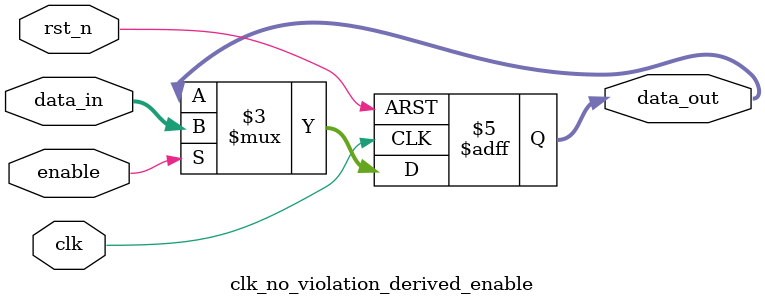
<source format=sv>

module clk_no_violation_derived_enable (
  input wire clk,
  input wire rst_n,
  input wire enable,  // Clock enable, not clock signal
  input wire [7:0] data_in,
  output logic [7:0] data_out
);

  // Clock used as clock, enable as enable - correct usage
  always_ff @(posedge clk or negedge rst_n) begin
    if (!rst_n)
      data_out <= 8'h00;
    else if (enable)  // Enable signal, not clock
      data_out <= data_in;
  end

endmodule


</source>
